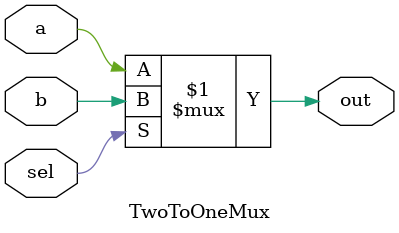
<source format=v>
`timescale 1ns / 1ps


module TwoToOneMux( input wire a, b,
                    input wire sel,
                    output wire out
    );
    assign out = (sel) ? b : a;
endmodule

</source>
